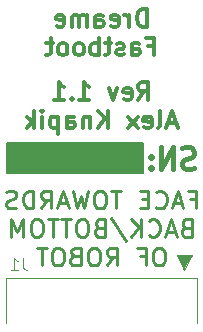
<source format=gbr>
%TF.GenerationSoftware,KiCad,Pcbnew,9.0.6-1.fc43*%
%TF.CreationDate,2025-12-11T01:18:59+10:30*%
%TF.ProjectId,fastboot_breakout,66617374-626f-46f7-945f-627265616b6f,1.1*%
%TF.SameCoordinates,Original*%
%TF.FileFunction,Legend,Bot*%
%TF.FilePolarity,Positive*%
%FSLAX46Y46*%
G04 Gerber Fmt 4.6, Leading zero omitted, Abs format (unit mm)*
G04 Created by KiCad (PCBNEW 9.0.6-1.fc43) date 2025-12-11 01:18:59*
%MOMM*%
%LPD*%
G01*
G04 APERTURE LIST*
%ADD10C,0.150000*%
%ADD11C,0.250000*%
%ADD12C,0.300000*%
%ADD13C,0.400000*%
%ADD14C,0.100000*%
%ADD15C,0.120000*%
G04 APERTURE END LIST*
D10*
X137542857Y-97221000D02*
X149092857Y-97221000D01*
X149092857Y-99721000D01*
X137542857Y-99721000D01*
X137542857Y-97221000D01*
G36*
X137542857Y-97221000D02*
G01*
X149092857Y-97221000D01*
X149092857Y-99721000D01*
X137542857Y-99721000D01*
X137542857Y-97221000D01*
G37*
D11*
X153092856Y-101951298D02*
X153592856Y-101951298D01*
X153592856Y-102737012D02*
X153592856Y-101237012D01*
X153592856Y-101237012D02*
X152878570Y-101237012D01*
X152378570Y-102308441D02*
X151664285Y-102308441D01*
X152521427Y-102737012D02*
X152021427Y-101237012D01*
X152021427Y-101237012D02*
X151521427Y-102737012D01*
X150164285Y-102594155D02*
X150235713Y-102665584D01*
X150235713Y-102665584D02*
X150449999Y-102737012D01*
X150449999Y-102737012D02*
X150592856Y-102737012D01*
X150592856Y-102737012D02*
X150807142Y-102665584D01*
X150807142Y-102665584D02*
X150949999Y-102522726D01*
X150949999Y-102522726D02*
X151021428Y-102379869D01*
X151021428Y-102379869D02*
X151092856Y-102094155D01*
X151092856Y-102094155D02*
X151092856Y-101879869D01*
X151092856Y-101879869D02*
X151021428Y-101594155D01*
X151021428Y-101594155D02*
X150949999Y-101451298D01*
X150949999Y-101451298D02*
X150807142Y-101308441D01*
X150807142Y-101308441D02*
X150592856Y-101237012D01*
X150592856Y-101237012D02*
X150449999Y-101237012D01*
X150449999Y-101237012D02*
X150235713Y-101308441D01*
X150235713Y-101308441D02*
X150164285Y-101379869D01*
X149521428Y-101951298D02*
X149021428Y-101951298D01*
X148807142Y-102737012D02*
X149521428Y-102737012D01*
X149521428Y-102737012D02*
X149521428Y-101237012D01*
X149521428Y-101237012D02*
X148807142Y-101237012D01*
X147235713Y-101237012D02*
X146378571Y-101237012D01*
X146807142Y-102737012D02*
X146807142Y-101237012D01*
X145592856Y-101237012D02*
X145307142Y-101237012D01*
X145307142Y-101237012D02*
X145164285Y-101308441D01*
X145164285Y-101308441D02*
X145021428Y-101451298D01*
X145021428Y-101451298D02*
X144949999Y-101737012D01*
X144949999Y-101737012D02*
X144949999Y-102237012D01*
X144949999Y-102237012D02*
X145021428Y-102522726D01*
X145021428Y-102522726D02*
X145164285Y-102665584D01*
X145164285Y-102665584D02*
X145307142Y-102737012D01*
X145307142Y-102737012D02*
X145592856Y-102737012D01*
X145592856Y-102737012D02*
X145735714Y-102665584D01*
X145735714Y-102665584D02*
X145878571Y-102522726D01*
X145878571Y-102522726D02*
X145949999Y-102237012D01*
X145949999Y-102237012D02*
X145949999Y-101737012D01*
X145949999Y-101737012D02*
X145878571Y-101451298D01*
X145878571Y-101451298D02*
X145735714Y-101308441D01*
X145735714Y-101308441D02*
X145592856Y-101237012D01*
X144449999Y-101237012D02*
X144092856Y-102737012D01*
X144092856Y-102737012D02*
X143807142Y-101665584D01*
X143807142Y-101665584D02*
X143521427Y-102737012D01*
X143521427Y-102737012D02*
X143164285Y-101237012D01*
X142664284Y-102308441D02*
X141949999Y-102308441D01*
X142807141Y-102737012D02*
X142307141Y-101237012D01*
X142307141Y-101237012D02*
X141807141Y-102737012D01*
X140449999Y-102737012D02*
X140949999Y-102022726D01*
X141307142Y-102737012D02*
X141307142Y-101237012D01*
X141307142Y-101237012D02*
X140735713Y-101237012D01*
X140735713Y-101237012D02*
X140592856Y-101308441D01*
X140592856Y-101308441D02*
X140521427Y-101379869D01*
X140521427Y-101379869D02*
X140449999Y-101522726D01*
X140449999Y-101522726D02*
X140449999Y-101737012D01*
X140449999Y-101737012D02*
X140521427Y-101879869D01*
X140521427Y-101879869D02*
X140592856Y-101951298D01*
X140592856Y-101951298D02*
X140735713Y-102022726D01*
X140735713Y-102022726D02*
X141307142Y-102022726D01*
X139807142Y-102737012D02*
X139807142Y-101237012D01*
X139807142Y-101237012D02*
X139449999Y-101237012D01*
X139449999Y-101237012D02*
X139235713Y-101308441D01*
X139235713Y-101308441D02*
X139092856Y-101451298D01*
X139092856Y-101451298D02*
X139021427Y-101594155D01*
X139021427Y-101594155D02*
X138949999Y-101879869D01*
X138949999Y-101879869D02*
X138949999Y-102094155D01*
X138949999Y-102094155D02*
X139021427Y-102379869D01*
X139021427Y-102379869D02*
X139092856Y-102522726D01*
X139092856Y-102522726D02*
X139235713Y-102665584D01*
X139235713Y-102665584D02*
X139449999Y-102737012D01*
X139449999Y-102737012D02*
X139807142Y-102737012D01*
X138378570Y-102665584D02*
X138164285Y-102737012D01*
X138164285Y-102737012D02*
X137807142Y-102737012D01*
X137807142Y-102737012D02*
X137664285Y-102665584D01*
X137664285Y-102665584D02*
X137592856Y-102594155D01*
X137592856Y-102594155D02*
X137521427Y-102451298D01*
X137521427Y-102451298D02*
X137521427Y-102308441D01*
X137521427Y-102308441D02*
X137592856Y-102165584D01*
X137592856Y-102165584D02*
X137664285Y-102094155D01*
X137664285Y-102094155D02*
X137807142Y-102022726D01*
X137807142Y-102022726D02*
X138092856Y-101951298D01*
X138092856Y-101951298D02*
X138235713Y-101879869D01*
X138235713Y-101879869D02*
X138307142Y-101808441D01*
X138307142Y-101808441D02*
X138378570Y-101665584D01*
X138378570Y-101665584D02*
X138378570Y-101522726D01*
X138378570Y-101522726D02*
X138307142Y-101379869D01*
X138307142Y-101379869D02*
X138235713Y-101308441D01*
X138235713Y-101308441D02*
X138092856Y-101237012D01*
X138092856Y-101237012D02*
X137735713Y-101237012D01*
X137735713Y-101237012D02*
X137521427Y-101308441D01*
X152735714Y-104366214D02*
X152521428Y-104437642D01*
X152521428Y-104437642D02*
X152449999Y-104509071D01*
X152449999Y-104509071D02*
X152378571Y-104651928D01*
X152378571Y-104651928D02*
X152378571Y-104866214D01*
X152378571Y-104866214D02*
X152449999Y-105009071D01*
X152449999Y-105009071D02*
X152521428Y-105080500D01*
X152521428Y-105080500D02*
X152664285Y-105151928D01*
X152664285Y-105151928D02*
X153235714Y-105151928D01*
X153235714Y-105151928D02*
X153235714Y-103651928D01*
X153235714Y-103651928D02*
X152735714Y-103651928D01*
X152735714Y-103651928D02*
X152592857Y-103723357D01*
X152592857Y-103723357D02*
X152521428Y-103794785D01*
X152521428Y-103794785D02*
X152449999Y-103937642D01*
X152449999Y-103937642D02*
X152449999Y-104080500D01*
X152449999Y-104080500D02*
X152521428Y-104223357D01*
X152521428Y-104223357D02*
X152592857Y-104294785D01*
X152592857Y-104294785D02*
X152735714Y-104366214D01*
X152735714Y-104366214D02*
X153235714Y-104366214D01*
X151807142Y-104723357D02*
X151092857Y-104723357D01*
X151949999Y-105151928D02*
X151449999Y-103651928D01*
X151449999Y-103651928D02*
X150949999Y-105151928D01*
X149592857Y-105009071D02*
X149664285Y-105080500D01*
X149664285Y-105080500D02*
X149878571Y-105151928D01*
X149878571Y-105151928D02*
X150021428Y-105151928D01*
X150021428Y-105151928D02*
X150235714Y-105080500D01*
X150235714Y-105080500D02*
X150378571Y-104937642D01*
X150378571Y-104937642D02*
X150450000Y-104794785D01*
X150450000Y-104794785D02*
X150521428Y-104509071D01*
X150521428Y-104509071D02*
X150521428Y-104294785D01*
X150521428Y-104294785D02*
X150450000Y-104009071D01*
X150450000Y-104009071D02*
X150378571Y-103866214D01*
X150378571Y-103866214D02*
X150235714Y-103723357D01*
X150235714Y-103723357D02*
X150021428Y-103651928D01*
X150021428Y-103651928D02*
X149878571Y-103651928D01*
X149878571Y-103651928D02*
X149664285Y-103723357D01*
X149664285Y-103723357D02*
X149592857Y-103794785D01*
X148950000Y-105151928D02*
X148950000Y-103651928D01*
X148092857Y-105151928D02*
X148735714Y-104294785D01*
X148092857Y-103651928D02*
X148950000Y-104509071D01*
X146378571Y-103580500D02*
X147664285Y-105509071D01*
X145378571Y-104366214D02*
X145164285Y-104437642D01*
X145164285Y-104437642D02*
X145092856Y-104509071D01*
X145092856Y-104509071D02*
X145021428Y-104651928D01*
X145021428Y-104651928D02*
X145021428Y-104866214D01*
X145021428Y-104866214D02*
X145092856Y-105009071D01*
X145092856Y-105009071D02*
X145164285Y-105080500D01*
X145164285Y-105080500D02*
X145307142Y-105151928D01*
X145307142Y-105151928D02*
X145878571Y-105151928D01*
X145878571Y-105151928D02*
X145878571Y-103651928D01*
X145878571Y-103651928D02*
X145378571Y-103651928D01*
X145378571Y-103651928D02*
X145235714Y-103723357D01*
X145235714Y-103723357D02*
X145164285Y-103794785D01*
X145164285Y-103794785D02*
X145092856Y-103937642D01*
X145092856Y-103937642D02*
X145092856Y-104080500D01*
X145092856Y-104080500D02*
X145164285Y-104223357D01*
X145164285Y-104223357D02*
X145235714Y-104294785D01*
X145235714Y-104294785D02*
X145378571Y-104366214D01*
X145378571Y-104366214D02*
X145878571Y-104366214D01*
X144092856Y-103651928D02*
X143807142Y-103651928D01*
X143807142Y-103651928D02*
X143664285Y-103723357D01*
X143664285Y-103723357D02*
X143521428Y-103866214D01*
X143521428Y-103866214D02*
X143449999Y-104151928D01*
X143449999Y-104151928D02*
X143449999Y-104651928D01*
X143449999Y-104651928D02*
X143521428Y-104937642D01*
X143521428Y-104937642D02*
X143664285Y-105080500D01*
X143664285Y-105080500D02*
X143807142Y-105151928D01*
X143807142Y-105151928D02*
X144092856Y-105151928D01*
X144092856Y-105151928D02*
X144235714Y-105080500D01*
X144235714Y-105080500D02*
X144378571Y-104937642D01*
X144378571Y-104937642D02*
X144449999Y-104651928D01*
X144449999Y-104651928D02*
X144449999Y-104151928D01*
X144449999Y-104151928D02*
X144378571Y-103866214D01*
X144378571Y-103866214D02*
X144235714Y-103723357D01*
X144235714Y-103723357D02*
X144092856Y-103651928D01*
X143021427Y-103651928D02*
X142164285Y-103651928D01*
X142592856Y-105151928D02*
X142592856Y-103651928D01*
X141878570Y-103651928D02*
X141021428Y-103651928D01*
X141449999Y-105151928D02*
X141449999Y-103651928D01*
X140235713Y-103651928D02*
X139949999Y-103651928D01*
X139949999Y-103651928D02*
X139807142Y-103723357D01*
X139807142Y-103723357D02*
X139664285Y-103866214D01*
X139664285Y-103866214D02*
X139592856Y-104151928D01*
X139592856Y-104151928D02*
X139592856Y-104651928D01*
X139592856Y-104651928D02*
X139664285Y-104937642D01*
X139664285Y-104937642D02*
X139807142Y-105080500D01*
X139807142Y-105080500D02*
X139949999Y-105151928D01*
X139949999Y-105151928D02*
X140235713Y-105151928D01*
X140235713Y-105151928D02*
X140378571Y-105080500D01*
X140378571Y-105080500D02*
X140521428Y-104937642D01*
X140521428Y-104937642D02*
X140592856Y-104651928D01*
X140592856Y-104651928D02*
X140592856Y-104151928D01*
X140592856Y-104151928D02*
X140521428Y-103866214D01*
X140521428Y-103866214D02*
X140378571Y-103723357D01*
X140378571Y-103723357D02*
X140235713Y-103651928D01*
X138949999Y-105151928D02*
X138949999Y-103651928D01*
X138949999Y-103651928D02*
X138449999Y-104723357D01*
X138449999Y-104723357D02*
X137949999Y-103651928D01*
X137949999Y-103651928D02*
X137949999Y-105151928D01*
X150592856Y-106066844D02*
X150307142Y-106066844D01*
X150307142Y-106066844D02*
X150164285Y-106138273D01*
X150164285Y-106138273D02*
X150021428Y-106281130D01*
X150021428Y-106281130D02*
X149949999Y-106566844D01*
X149949999Y-106566844D02*
X149949999Y-107066844D01*
X149949999Y-107066844D02*
X150021428Y-107352558D01*
X150021428Y-107352558D02*
X150164285Y-107495416D01*
X150164285Y-107495416D02*
X150307142Y-107566844D01*
X150307142Y-107566844D02*
X150592856Y-107566844D01*
X150592856Y-107566844D02*
X150735714Y-107495416D01*
X150735714Y-107495416D02*
X150878571Y-107352558D01*
X150878571Y-107352558D02*
X150949999Y-107066844D01*
X150949999Y-107066844D02*
X150949999Y-106566844D01*
X150949999Y-106566844D02*
X150878571Y-106281130D01*
X150878571Y-106281130D02*
X150735714Y-106138273D01*
X150735714Y-106138273D02*
X150592856Y-106066844D01*
X148807142Y-106781130D02*
X149307142Y-106781130D01*
X149307142Y-107566844D02*
X149307142Y-106066844D01*
X149307142Y-106066844D02*
X148592856Y-106066844D01*
X146021428Y-107566844D02*
X146521428Y-106852558D01*
X146878571Y-107566844D02*
X146878571Y-106066844D01*
X146878571Y-106066844D02*
X146307142Y-106066844D01*
X146307142Y-106066844D02*
X146164285Y-106138273D01*
X146164285Y-106138273D02*
X146092856Y-106209701D01*
X146092856Y-106209701D02*
X146021428Y-106352558D01*
X146021428Y-106352558D02*
X146021428Y-106566844D01*
X146021428Y-106566844D02*
X146092856Y-106709701D01*
X146092856Y-106709701D02*
X146164285Y-106781130D01*
X146164285Y-106781130D02*
X146307142Y-106852558D01*
X146307142Y-106852558D02*
X146878571Y-106852558D01*
X145092856Y-106066844D02*
X144807142Y-106066844D01*
X144807142Y-106066844D02*
X144664285Y-106138273D01*
X144664285Y-106138273D02*
X144521428Y-106281130D01*
X144521428Y-106281130D02*
X144449999Y-106566844D01*
X144449999Y-106566844D02*
X144449999Y-107066844D01*
X144449999Y-107066844D02*
X144521428Y-107352558D01*
X144521428Y-107352558D02*
X144664285Y-107495416D01*
X144664285Y-107495416D02*
X144807142Y-107566844D01*
X144807142Y-107566844D02*
X145092856Y-107566844D01*
X145092856Y-107566844D02*
X145235714Y-107495416D01*
X145235714Y-107495416D02*
X145378571Y-107352558D01*
X145378571Y-107352558D02*
X145449999Y-107066844D01*
X145449999Y-107066844D02*
X145449999Y-106566844D01*
X145449999Y-106566844D02*
X145378571Y-106281130D01*
X145378571Y-106281130D02*
X145235714Y-106138273D01*
X145235714Y-106138273D02*
X145092856Y-106066844D01*
X143307142Y-106781130D02*
X143092856Y-106852558D01*
X143092856Y-106852558D02*
X143021427Y-106923987D01*
X143021427Y-106923987D02*
X142949999Y-107066844D01*
X142949999Y-107066844D02*
X142949999Y-107281130D01*
X142949999Y-107281130D02*
X143021427Y-107423987D01*
X143021427Y-107423987D02*
X143092856Y-107495416D01*
X143092856Y-107495416D02*
X143235713Y-107566844D01*
X143235713Y-107566844D02*
X143807142Y-107566844D01*
X143807142Y-107566844D02*
X143807142Y-106066844D01*
X143807142Y-106066844D02*
X143307142Y-106066844D01*
X143307142Y-106066844D02*
X143164285Y-106138273D01*
X143164285Y-106138273D02*
X143092856Y-106209701D01*
X143092856Y-106209701D02*
X143021427Y-106352558D01*
X143021427Y-106352558D02*
X143021427Y-106495416D01*
X143021427Y-106495416D02*
X143092856Y-106638273D01*
X143092856Y-106638273D02*
X143164285Y-106709701D01*
X143164285Y-106709701D02*
X143307142Y-106781130D01*
X143307142Y-106781130D02*
X143807142Y-106781130D01*
X142021427Y-106066844D02*
X141735713Y-106066844D01*
X141735713Y-106066844D02*
X141592856Y-106138273D01*
X141592856Y-106138273D02*
X141449999Y-106281130D01*
X141449999Y-106281130D02*
X141378570Y-106566844D01*
X141378570Y-106566844D02*
X141378570Y-107066844D01*
X141378570Y-107066844D02*
X141449999Y-107352558D01*
X141449999Y-107352558D02*
X141592856Y-107495416D01*
X141592856Y-107495416D02*
X141735713Y-107566844D01*
X141735713Y-107566844D02*
X142021427Y-107566844D01*
X142021427Y-107566844D02*
X142164285Y-107495416D01*
X142164285Y-107495416D02*
X142307142Y-107352558D01*
X142307142Y-107352558D02*
X142378570Y-107066844D01*
X142378570Y-107066844D02*
X142378570Y-106566844D01*
X142378570Y-106566844D02*
X142307142Y-106281130D01*
X142307142Y-106281130D02*
X142164285Y-106138273D01*
X142164285Y-106138273D02*
X142021427Y-106066844D01*
X140949998Y-106066844D02*
X140092856Y-106066844D01*
X140521427Y-107566844D02*
X140521427Y-106066844D01*
D12*
X149414285Y-87356912D02*
X149414285Y-85856912D01*
X149414285Y-85856912D02*
X149057142Y-85856912D01*
X149057142Y-85856912D02*
X148842856Y-85928341D01*
X148842856Y-85928341D02*
X148699999Y-86071198D01*
X148699999Y-86071198D02*
X148628570Y-86214055D01*
X148628570Y-86214055D02*
X148557142Y-86499769D01*
X148557142Y-86499769D02*
X148557142Y-86714055D01*
X148557142Y-86714055D02*
X148628570Y-86999769D01*
X148628570Y-86999769D02*
X148699999Y-87142626D01*
X148699999Y-87142626D02*
X148842856Y-87285484D01*
X148842856Y-87285484D02*
X149057142Y-87356912D01*
X149057142Y-87356912D02*
X149414285Y-87356912D01*
X147914285Y-87356912D02*
X147914285Y-86356912D01*
X147914285Y-86642626D02*
X147842856Y-86499769D01*
X147842856Y-86499769D02*
X147771428Y-86428341D01*
X147771428Y-86428341D02*
X147628570Y-86356912D01*
X147628570Y-86356912D02*
X147485713Y-86356912D01*
X146414285Y-87285484D02*
X146557142Y-87356912D01*
X146557142Y-87356912D02*
X146842857Y-87356912D01*
X146842857Y-87356912D02*
X146985714Y-87285484D01*
X146985714Y-87285484D02*
X147057142Y-87142626D01*
X147057142Y-87142626D02*
X147057142Y-86571198D01*
X147057142Y-86571198D02*
X146985714Y-86428341D01*
X146985714Y-86428341D02*
X146842857Y-86356912D01*
X146842857Y-86356912D02*
X146557142Y-86356912D01*
X146557142Y-86356912D02*
X146414285Y-86428341D01*
X146414285Y-86428341D02*
X146342857Y-86571198D01*
X146342857Y-86571198D02*
X146342857Y-86714055D01*
X146342857Y-86714055D02*
X147057142Y-86856912D01*
X145057143Y-87356912D02*
X145057143Y-86571198D01*
X145057143Y-86571198D02*
X145128571Y-86428341D01*
X145128571Y-86428341D02*
X145271428Y-86356912D01*
X145271428Y-86356912D02*
X145557143Y-86356912D01*
X145557143Y-86356912D02*
X145700000Y-86428341D01*
X145057143Y-87285484D02*
X145200000Y-87356912D01*
X145200000Y-87356912D02*
X145557143Y-87356912D01*
X145557143Y-87356912D02*
X145700000Y-87285484D01*
X145700000Y-87285484D02*
X145771428Y-87142626D01*
X145771428Y-87142626D02*
X145771428Y-86999769D01*
X145771428Y-86999769D02*
X145700000Y-86856912D01*
X145700000Y-86856912D02*
X145557143Y-86785484D01*
X145557143Y-86785484D02*
X145200000Y-86785484D01*
X145200000Y-86785484D02*
X145057143Y-86714055D01*
X144342857Y-87356912D02*
X144342857Y-86356912D01*
X144342857Y-86499769D02*
X144271428Y-86428341D01*
X144271428Y-86428341D02*
X144128571Y-86356912D01*
X144128571Y-86356912D02*
X143914285Y-86356912D01*
X143914285Y-86356912D02*
X143771428Y-86428341D01*
X143771428Y-86428341D02*
X143700000Y-86571198D01*
X143700000Y-86571198D02*
X143700000Y-87356912D01*
X143700000Y-86571198D02*
X143628571Y-86428341D01*
X143628571Y-86428341D02*
X143485714Y-86356912D01*
X143485714Y-86356912D02*
X143271428Y-86356912D01*
X143271428Y-86356912D02*
X143128571Y-86428341D01*
X143128571Y-86428341D02*
X143057142Y-86571198D01*
X143057142Y-86571198D02*
X143057142Y-87356912D01*
X141771428Y-87285484D02*
X141914285Y-87356912D01*
X141914285Y-87356912D02*
X142200000Y-87356912D01*
X142200000Y-87356912D02*
X142342857Y-87285484D01*
X142342857Y-87285484D02*
X142414285Y-87142626D01*
X142414285Y-87142626D02*
X142414285Y-86571198D01*
X142414285Y-86571198D02*
X142342857Y-86428341D01*
X142342857Y-86428341D02*
X142200000Y-86356912D01*
X142200000Y-86356912D02*
X141914285Y-86356912D01*
X141914285Y-86356912D02*
X141771428Y-86428341D01*
X141771428Y-86428341D02*
X141700000Y-86571198D01*
X141700000Y-86571198D02*
X141700000Y-86714055D01*
X141700000Y-86714055D02*
X142414285Y-86856912D01*
X149557143Y-88986114D02*
X150057143Y-88986114D01*
X150057143Y-89771828D02*
X150057143Y-88271828D01*
X150057143Y-88271828D02*
X149342857Y-88271828D01*
X148128572Y-89771828D02*
X148128572Y-88986114D01*
X148128572Y-88986114D02*
X148200000Y-88843257D01*
X148200000Y-88843257D02*
X148342857Y-88771828D01*
X148342857Y-88771828D02*
X148628572Y-88771828D01*
X148628572Y-88771828D02*
X148771429Y-88843257D01*
X148128572Y-89700400D02*
X148271429Y-89771828D01*
X148271429Y-89771828D02*
X148628572Y-89771828D01*
X148628572Y-89771828D02*
X148771429Y-89700400D01*
X148771429Y-89700400D02*
X148842857Y-89557542D01*
X148842857Y-89557542D02*
X148842857Y-89414685D01*
X148842857Y-89414685D02*
X148771429Y-89271828D01*
X148771429Y-89271828D02*
X148628572Y-89200400D01*
X148628572Y-89200400D02*
X148271429Y-89200400D01*
X148271429Y-89200400D02*
X148128572Y-89128971D01*
X147485714Y-89700400D02*
X147342857Y-89771828D01*
X147342857Y-89771828D02*
X147057143Y-89771828D01*
X147057143Y-89771828D02*
X146914286Y-89700400D01*
X146914286Y-89700400D02*
X146842857Y-89557542D01*
X146842857Y-89557542D02*
X146842857Y-89486114D01*
X146842857Y-89486114D02*
X146914286Y-89343257D01*
X146914286Y-89343257D02*
X147057143Y-89271828D01*
X147057143Y-89271828D02*
X147271429Y-89271828D01*
X147271429Y-89271828D02*
X147414286Y-89200400D01*
X147414286Y-89200400D02*
X147485714Y-89057542D01*
X147485714Y-89057542D02*
X147485714Y-88986114D01*
X147485714Y-88986114D02*
X147414286Y-88843257D01*
X147414286Y-88843257D02*
X147271429Y-88771828D01*
X147271429Y-88771828D02*
X147057143Y-88771828D01*
X147057143Y-88771828D02*
X146914286Y-88843257D01*
X146414285Y-88771828D02*
X145842857Y-88771828D01*
X146200000Y-88271828D02*
X146200000Y-89557542D01*
X146200000Y-89557542D02*
X146128571Y-89700400D01*
X146128571Y-89700400D02*
X145985714Y-89771828D01*
X145985714Y-89771828D02*
X145842857Y-89771828D01*
X145342857Y-89771828D02*
X145342857Y-88271828D01*
X145342857Y-88843257D02*
X145200000Y-88771828D01*
X145200000Y-88771828D02*
X144914285Y-88771828D01*
X144914285Y-88771828D02*
X144771428Y-88843257D01*
X144771428Y-88843257D02*
X144700000Y-88914685D01*
X144700000Y-88914685D02*
X144628571Y-89057542D01*
X144628571Y-89057542D02*
X144628571Y-89486114D01*
X144628571Y-89486114D02*
X144700000Y-89628971D01*
X144700000Y-89628971D02*
X144771428Y-89700400D01*
X144771428Y-89700400D02*
X144914285Y-89771828D01*
X144914285Y-89771828D02*
X145200000Y-89771828D01*
X145200000Y-89771828D02*
X145342857Y-89700400D01*
X143771428Y-89771828D02*
X143914285Y-89700400D01*
X143914285Y-89700400D02*
X143985714Y-89628971D01*
X143985714Y-89628971D02*
X144057142Y-89486114D01*
X144057142Y-89486114D02*
X144057142Y-89057542D01*
X144057142Y-89057542D02*
X143985714Y-88914685D01*
X143985714Y-88914685D02*
X143914285Y-88843257D01*
X143914285Y-88843257D02*
X143771428Y-88771828D01*
X143771428Y-88771828D02*
X143557142Y-88771828D01*
X143557142Y-88771828D02*
X143414285Y-88843257D01*
X143414285Y-88843257D02*
X143342857Y-88914685D01*
X143342857Y-88914685D02*
X143271428Y-89057542D01*
X143271428Y-89057542D02*
X143271428Y-89486114D01*
X143271428Y-89486114D02*
X143342857Y-89628971D01*
X143342857Y-89628971D02*
X143414285Y-89700400D01*
X143414285Y-89700400D02*
X143557142Y-89771828D01*
X143557142Y-89771828D02*
X143771428Y-89771828D01*
X142414285Y-89771828D02*
X142557142Y-89700400D01*
X142557142Y-89700400D02*
X142628571Y-89628971D01*
X142628571Y-89628971D02*
X142699999Y-89486114D01*
X142699999Y-89486114D02*
X142699999Y-89057542D01*
X142699999Y-89057542D02*
X142628571Y-88914685D01*
X142628571Y-88914685D02*
X142557142Y-88843257D01*
X142557142Y-88843257D02*
X142414285Y-88771828D01*
X142414285Y-88771828D02*
X142199999Y-88771828D01*
X142199999Y-88771828D02*
X142057142Y-88843257D01*
X142057142Y-88843257D02*
X141985714Y-88914685D01*
X141985714Y-88914685D02*
X141914285Y-89057542D01*
X141914285Y-89057542D02*
X141914285Y-89486114D01*
X141914285Y-89486114D02*
X141985714Y-89628971D01*
X141985714Y-89628971D02*
X142057142Y-89700400D01*
X142057142Y-89700400D02*
X142199999Y-89771828D01*
X142199999Y-89771828D02*
X142414285Y-89771828D01*
X141485713Y-88771828D02*
X140914285Y-88771828D01*
X141271428Y-88271828D02*
X141271428Y-89557542D01*
X141271428Y-89557542D02*
X141199999Y-89700400D01*
X141199999Y-89700400D02*
X141057142Y-89771828D01*
X141057142Y-89771828D02*
X140914285Y-89771828D01*
D13*
X153436842Y-99294200D02*
X153179700Y-99379914D01*
X153179700Y-99379914D02*
X152751128Y-99379914D01*
X152751128Y-99379914D02*
X152579700Y-99294200D01*
X152579700Y-99294200D02*
X152493985Y-99208485D01*
X152493985Y-99208485D02*
X152408271Y-99037057D01*
X152408271Y-99037057D02*
X152408271Y-98865628D01*
X152408271Y-98865628D02*
X152493985Y-98694200D01*
X152493985Y-98694200D02*
X152579700Y-98608485D01*
X152579700Y-98608485D02*
X152751128Y-98522771D01*
X152751128Y-98522771D02*
X153093985Y-98437057D01*
X153093985Y-98437057D02*
X153265414Y-98351342D01*
X153265414Y-98351342D02*
X153351128Y-98265628D01*
X153351128Y-98265628D02*
X153436842Y-98094200D01*
X153436842Y-98094200D02*
X153436842Y-97922771D01*
X153436842Y-97922771D02*
X153351128Y-97751342D01*
X153351128Y-97751342D02*
X153265414Y-97665628D01*
X153265414Y-97665628D02*
X153093985Y-97579914D01*
X153093985Y-97579914D02*
X152665414Y-97579914D01*
X152665414Y-97579914D02*
X152408271Y-97665628D01*
X151636842Y-99379914D02*
X151636842Y-97579914D01*
X151636842Y-97579914D02*
X150608271Y-99379914D01*
X150608271Y-99379914D02*
X150608271Y-97579914D01*
X149751128Y-99208485D02*
X149665414Y-99294200D01*
X149665414Y-99294200D02*
X149751128Y-99379914D01*
X149751128Y-99379914D02*
X149836842Y-99294200D01*
X149836842Y-99294200D02*
X149751128Y-99208485D01*
X149751128Y-99208485D02*
X149751128Y-99379914D01*
X149751128Y-98265628D02*
X149665414Y-98351342D01*
X149665414Y-98351342D02*
X149751128Y-98437057D01*
X149751128Y-98437057D02*
X149836842Y-98351342D01*
X149836842Y-98351342D02*
X149751128Y-98265628D01*
X149751128Y-98265628D02*
X149751128Y-98437057D01*
D12*
X148699999Y-93541870D02*
X149199999Y-92827584D01*
X149557142Y-93541870D02*
X149557142Y-92041870D01*
X149557142Y-92041870D02*
X148985713Y-92041870D01*
X148985713Y-92041870D02*
X148842856Y-92113299D01*
X148842856Y-92113299D02*
X148771427Y-92184727D01*
X148771427Y-92184727D02*
X148699999Y-92327584D01*
X148699999Y-92327584D02*
X148699999Y-92541870D01*
X148699999Y-92541870D02*
X148771427Y-92684727D01*
X148771427Y-92684727D02*
X148842856Y-92756156D01*
X148842856Y-92756156D02*
X148985713Y-92827584D01*
X148985713Y-92827584D02*
X149557142Y-92827584D01*
X147485713Y-93470442D02*
X147628570Y-93541870D01*
X147628570Y-93541870D02*
X147914285Y-93541870D01*
X147914285Y-93541870D02*
X148057142Y-93470442D01*
X148057142Y-93470442D02*
X148128570Y-93327584D01*
X148128570Y-93327584D02*
X148128570Y-92756156D01*
X148128570Y-92756156D02*
X148057142Y-92613299D01*
X148057142Y-92613299D02*
X147914285Y-92541870D01*
X147914285Y-92541870D02*
X147628570Y-92541870D01*
X147628570Y-92541870D02*
X147485713Y-92613299D01*
X147485713Y-92613299D02*
X147414285Y-92756156D01*
X147414285Y-92756156D02*
X147414285Y-92899013D01*
X147414285Y-92899013D02*
X148128570Y-93041870D01*
X146914285Y-92541870D02*
X146557142Y-93541870D01*
X146557142Y-93541870D02*
X146199999Y-92541870D01*
X143699999Y-93541870D02*
X144557142Y-93541870D01*
X144128571Y-93541870D02*
X144128571Y-92041870D01*
X144128571Y-92041870D02*
X144271428Y-92256156D01*
X144271428Y-92256156D02*
X144414285Y-92399013D01*
X144414285Y-92399013D02*
X144557142Y-92470442D01*
X143057143Y-93399013D02*
X142985714Y-93470442D01*
X142985714Y-93470442D02*
X143057143Y-93541870D01*
X143057143Y-93541870D02*
X143128571Y-93470442D01*
X143128571Y-93470442D02*
X143057143Y-93399013D01*
X143057143Y-93399013D02*
X143057143Y-93541870D01*
X141557142Y-93541870D02*
X142414285Y-93541870D01*
X141985714Y-93541870D02*
X141985714Y-92041870D01*
X141985714Y-92041870D02*
X142128571Y-92256156D01*
X142128571Y-92256156D02*
X142271428Y-92399013D01*
X142271428Y-92399013D02*
X142414285Y-92470442D01*
X151914285Y-95528215D02*
X151200000Y-95528215D01*
X152057142Y-95956786D02*
X151557142Y-94456786D01*
X151557142Y-94456786D02*
X151057142Y-95956786D01*
X150342857Y-95956786D02*
X150485714Y-95885358D01*
X150485714Y-95885358D02*
X150557143Y-95742500D01*
X150557143Y-95742500D02*
X150557143Y-94456786D01*
X149200000Y-95885358D02*
X149342857Y-95956786D01*
X149342857Y-95956786D02*
X149628572Y-95956786D01*
X149628572Y-95956786D02*
X149771429Y-95885358D01*
X149771429Y-95885358D02*
X149842857Y-95742500D01*
X149842857Y-95742500D02*
X149842857Y-95171072D01*
X149842857Y-95171072D02*
X149771429Y-95028215D01*
X149771429Y-95028215D02*
X149628572Y-94956786D01*
X149628572Y-94956786D02*
X149342857Y-94956786D01*
X149342857Y-94956786D02*
X149200000Y-95028215D01*
X149200000Y-95028215D02*
X149128572Y-95171072D01*
X149128572Y-95171072D02*
X149128572Y-95313929D01*
X149128572Y-95313929D02*
X149842857Y-95456786D01*
X148628572Y-95956786D02*
X147842858Y-94956786D01*
X148628572Y-94956786D02*
X147842858Y-95956786D01*
X146128572Y-95956786D02*
X146128572Y-94456786D01*
X145271429Y-95956786D02*
X145914286Y-95099643D01*
X145271429Y-94456786D02*
X146128572Y-95313929D01*
X144628572Y-94956786D02*
X144628572Y-95956786D01*
X144628572Y-95099643D02*
X144557143Y-95028215D01*
X144557143Y-95028215D02*
X144414286Y-94956786D01*
X144414286Y-94956786D02*
X144200000Y-94956786D01*
X144200000Y-94956786D02*
X144057143Y-95028215D01*
X144057143Y-95028215D02*
X143985715Y-95171072D01*
X143985715Y-95171072D02*
X143985715Y-95956786D01*
X142628572Y-95956786D02*
X142628572Y-95171072D01*
X142628572Y-95171072D02*
X142700000Y-95028215D01*
X142700000Y-95028215D02*
X142842857Y-94956786D01*
X142842857Y-94956786D02*
X143128572Y-94956786D01*
X143128572Y-94956786D02*
X143271429Y-95028215D01*
X142628572Y-95885358D02*
X142771429Y-95956786D01*
X142771429Y-95956786D02*
X143128572Y-95956786D01*
X143128572Y-95956786D02*
X143271429Y-95885358D01*
X143271429Y-95885358D02*
X143342857Y-95742500D01*
X143342857Y-95742500D02*
X143342857Y-95599643D01*
X143342857Y-95599643D02*
X143271429Y-95456786D01*
X143271429Y-95456786D02*
X143128572Y-95385358D01*
X143128572Y-95385358D02*
X142771429Y-95385358D01*
X142771429Y-95385358D02*
X142628572Y-95313929D01*
X141914286Y-94956786D02*
X141914286Y-96456786D01*
X141914286Y-95028215D02*
X141771429Y-94956786D01*
X141771429Y-94956786D02*
X141485714Y-94956786D01*
X141485714Y-94956786D02*
X141342857Y-95028215D01*
X141342857Y-95028215D02*
X141271429Y-95099643D01*
X141271429Y-95099643D02*
X141200000Y-95242500D01*
X141200000Y-95242500D02*
X141200000Y-95671072D01*
X141200000Y-95671072D02*
X141271429Y-95813929D01*
X141271429Y-95813929D02*
X141342857Y-95885358D01*
X141342857Y-95885358D02*
X141485714Y-95956786D01*
X141485714Y-95956786D02*
X141771429Y-95956786D01*
X141771429Y-95956786D02*
X141914286Y-95885358D01*
X140557143Y-95956786D02*
X140557143Y-94956786D01*
X140557143Y-94456786D02*
X140628571Y-94528215D01*
X140628571Y-94528215D02*
X140557143Y-94599643D01*
X140557143Y-94599643D02*
X140485714Y-94528215D01*
X140485714Y-94528215D02*
X140557143Y-94456786D01*
X140557143Y-94456786D02*
X140557143Y-94599643D01*
X139842857Y-95956786D02*
X139842857Y-94456786D01*
X139700000Y-95385358D02*
X139271428Y-95956786D01*
X139271428Y-94956786D02*
X139842857Y-95528215D01*
D14*
X138926190Y-106928419D02*
X138926190Y-107642704D01*
X138926190Y-107642704D02*
X138973809Y-107785561D01*
X138973809Y-107785561D02*
X139069047Y-107880800D01*
X139069047Y-107880800D02*
X139211904Y-107928419D01*
X139211904Y-107928419D02*
X139307142Y-107928419D01*
X137926190Y-107928419D02*
X138497618Y-107928419D01*
X138211904Y-107928419D02*
X138211904Y-106928419D01*
X138211904Y-106928419D02*
X138307142Y-107071276D01*
X138307142Y-107071276D02*
X138402380Y-107166514D01*
X138402380Y-107166514D02*
X138497618Y-107214133D01*
D15*
%TO.C,J1*%
X137482857Y-108661000D02*
X137482857Y-112471000D01*
X153702857Y-108661000D02*
X137482857Y-108661000D01*
X153702857Y-112471000D02*
X153702857Y-108661000D01*
D14*
X152592857Y-107940566D02*
X151957857Y-106670566D01*
X153227857Y-106670566D01*
X152592857Y-107940566D01*
G36*
X152592857Y-107940566D02*
G01*
X151957857Y-106670566D01*
X153227857Y-106670566D01*
X152592857Y-107940566D01*
G37*
%TD*%
M02*

</source>
